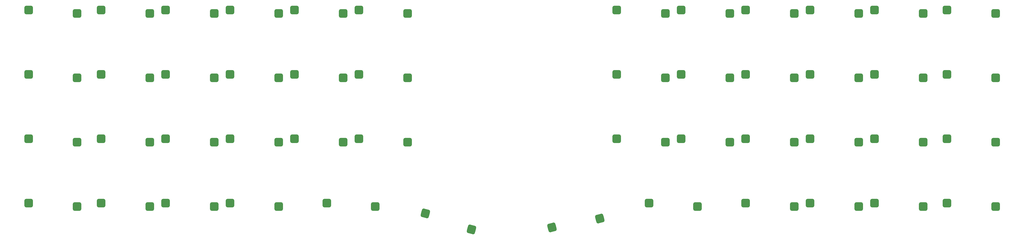
<source format=gbr>
%TF.GenerationSoftware,KiCad,Pcbnew,9.0.2+1*%
%TF.CreationDate,2025-09-15T00:12:33+02:00*%
%TF.ProjectId,first,66697273-742e-46b6-9963-61645f706362,rev?*%
%TF.SameCoordinates,Original*%
%TF.FileFunction,Paste,Bot*%
%TF.FilePolarity,Positive*%
%FSLAX46Y46*%
G04 Gerber Fmt 4.6, Leading zero omitted, Abs format (unit mm)*
G04 Created by KiCad (PCBNEW 9.0.2+1) date 2025-09-15 00:12:33*
%MOMM*%
%LPD*%
G01*
G04 APERTURE LIST*
G04 Aperture macros list*
%AMRoundRect*
0 Rectangle with rounded corners*
0 $1 Rounding radius*
0 $2 $3 $4 $5 $6 $7 $8 $9 X,Y pos of 4 corners*
0 Add a 4 corners polygon primitive as box body*
4,1,4,$2,$3,$4,$5,$6,$7,$8,$9,$2,$3,0*
0 Add four circle primitives for the rounded corners*
1,1,$1+$1,$2,$3*
1,1,$1+$1,$4,$5*
1,1,$1+$1,$6,$7*
1,1,$1+$1,$8,$9*
0 Add four rect primitives between the rounded corners*
20,1,$1+$1,$2,$3,$4,$5,0*
20,1,$1+$1,$4,$5,$6,$7,0*
20,1,$1+$1,$6,$7,$8,$9,0*
20,1,$1+$1,$8,$9,$2,$3,0*%
G04 Aperture macros list end*
%ADD10RoundRect,0.500000X-0.750000X-0.775000X0.750000X-0.775000X0.750000X0.775000X-0.750000X0.775000X0*%
%ADD11RoundRect,0.500000X-0.925029X-0.554478X0.523860X-0.942707X0.925029X0.554478X-0.523860X0.942707X0*%
%ADD12RoundRect,0.500000X-0.523860X-0.942707X0.925029X-0.554478X0.523860X0.942707X-0.925029X0.554478X0*%
G04 APERTURE END LIST*
D10*
%TO.C,S28*%
X70013750Y104880000D03*
X84363750Y103830000D03*
%TD*%
%TO.C,S6*%
X108113750Y142980000D03*
X122463750Y141930000D03*
%TD*%
%TO.C,S48*%
X281945000Y85830000D03*
X296295000Y84780000D03*
%TD*%
%TO.C,S36*%
X281945000Y104880000D03*
X296295000Y103830000D03*
%TD*%
%TO.C,S19*%
X184313750Y123930000D03*
X198663750Y122880000D03*
%TD*%
%TO.C,S44*%
X193838750Y85830000D03*
X208188750Y84780000D03*
%TD*%
%TO.C,S23*%
X260513750Y123930000D03*
X274863750Y122880000D03*
%TD*%
%TO.C,S9*%
X222413750Y142980000D03*
X236763750Y141930000D03*
%TD*%
%TO.C,S22*%
X241463750Y123930000D03*
X255813750Y122880000D03*
%TD*%
%TO.C,S2*%
X31913750Y142980000D03*
X46263750Y141930000D03*
%TD*%
%TO.C,S40*%
X70013750Y85830000D03*
X84363750Y84780000D03*
%TD*%
%TO.C,S10*%
X241463750Y142980000D03*
X255813750Y141930000D03*
%TD*%
%TO.C,S47*%
X260513750Y85829999D03*
X274863750Y84780000D03*
%TD*%
%TO.C,S21*%
X222413750Y123930000D03*
X236763750Y122880000D03*
%TD*%
%TO.C,S11*%
X260513750Y142980000D03*
X274863750Y141930000D03*
%TD*%
%TO.C,S15*%
X50963750Y123930000D03*
X65313750Y122880000D03*
%TD*%
%TO.C,S35*%
X260513750Y104880000D03*
X274863750Y103830000D03*
%TD*%
%TO.C,S20*%
X203363750Y123930000D03*
X217713750Y122880000D03*
%TD*%
%TO.C,S29*%
X89063750Y104880000D03*
X103413750Y103830000D03*
%TD*%
%TO.C,S1*%
X10482500Y142980000D03*
X24832500Y141930000D03*
%TD*%
%TO.C,S33*%
X222413750Y104880000D03*
X236763750Y103830000D03*
%TD*%
%TO.C,S34*%
X241463750Y104880000D03*
X255813750Y103830000D03*
%TD*%
%TO.C,S41*%
X98588750Y85830000D03*
X112938750Y84780000D03*
%TD*%
%TO.C,S16*%
X70013750Y123930000D03*
X84363750Y122880000D03*
%TD*%
%TO.C,S8*%
X203363750Y142980000D03*
X217713750Y141930000D03*
%TD*%
%TO.C,S5*%
X89063750Y142980000D03*
X103413750Y141930000D03*
%TD*%
%TO.C,S38*%
X31913750Y85830000D03*
X46263750Y84780000D03*
%TD*%
%TO.C,S7*%
X184313750Y142980000D03*
X198663750Y141930000D03*
%TD*%
%TO.C,S37*%
X10482500Y85830000D03*
X24832500Y84780000D03*
%TD*%
%TO.C,S27*%
X50963750Y104880000D03*
X65313750Y103830000D03*
%TD*%
D11*
%TO.C,S42*%
X127773907Y82739823D03*
X141363183Y78011549D03*
%TD*%
D10*
%TO.C,S4*%
X70013750Y142980000D03*
X84363750Y141930000D03*
%TD*%
%TO.C,S46*%
X241463750Y85830000D03*
X255813750Y84780000D03*
%TD*%
%TO.C,S32*%
X203363750Y104880000D03*
X217713750Y103830000D03*
%TD*%
D12*
%TO.C,S43*%
X165203890Y78559897D03*
X179336686Y81259728D03*
%TD*%
D10*
%TO.C,S31*%
X184313750Y104880000D03*
X198663750Y103830000D03*
%TD*%
%TO.C,S3*%
X50963750Y142980000D03*
X65313750Y141930000D03*
%TD*%
%TO.C,S13*%
X10482500Y123930000D03*
X24832500Y122880000D03*
%TD*%
%TO.C,S18*%
X108113750Y123930000D03*
X122463750Y122880000D03*
%TD*%
%TO.C,S30*%
X108113750Y104880000D03*
X122463750Y103830000D03*
%TD*%
%TO.C,S17*%
X89063750Y123930000D03*
X103413750Y122880000D03*
%TD*%
%TO.C,S45*%
X222413750Y85830000D03*
X236763750Y84780000D03*
%TD*%
%TO.C,S24*%
X281945000Y123930000D03*
X296295000Y122880000D03*
%TD*%
%TO.C,S25*%
X10482500Y104880000D03*
X24832500Y103830000D03*
%TD*%
%TO.C,S39*%
X50963750Y85830000D03*
X65313750Y84780000D03*
%TD*%
%TO.C,S26*%
X31913750Y104880000D03*
X46263750Y103830000D03*
%TD*%
%TO.C,S14*%
X31913750Y123930000D03*
X46263750Y122880000D03*
%TD*%
%TO.C,S12*%
X281945000Y142980000D03*
X296295000Y141930000D03*
%TD*%
M02*

</source>
